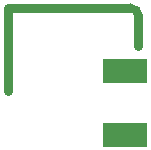
<source format=gbp>
G04*
G04 #@! TF.GenerationSoftware,Altium Limited,Altium Designer,23.0.1 (38)*
G04*
G04 Layer_Color=128*
%FSLAX44Y44*%
%MOMM*%
G71*
G04*
G04 #@! TF.SameCoordinates,AC13AACC-C9C6-46D0-8271-6E1567557673*
G04*
G04*
G04 #@! TF.FilePolarity,Positive*
G04*
G01*
G75*
%ADD16C,0.7620*%
%ADD32R,3.8000X2.0000*%
D16*
X449097Y167894D02*
G03*
X442747Y174244I-6350J0D01*
G01*
X338861Y104140D02*
Y141732D01*
X449097Y141986D02*
Y167894D01*
X380517Y174244D02*
X425729D01*
X338861Y141732D02*
Y174244D01*
X380517D01*
X425729D02*
X442747D01*
D32*
X438150Y120992D02*
D03*
Y66992D02*
D03*
M02*

</source>
